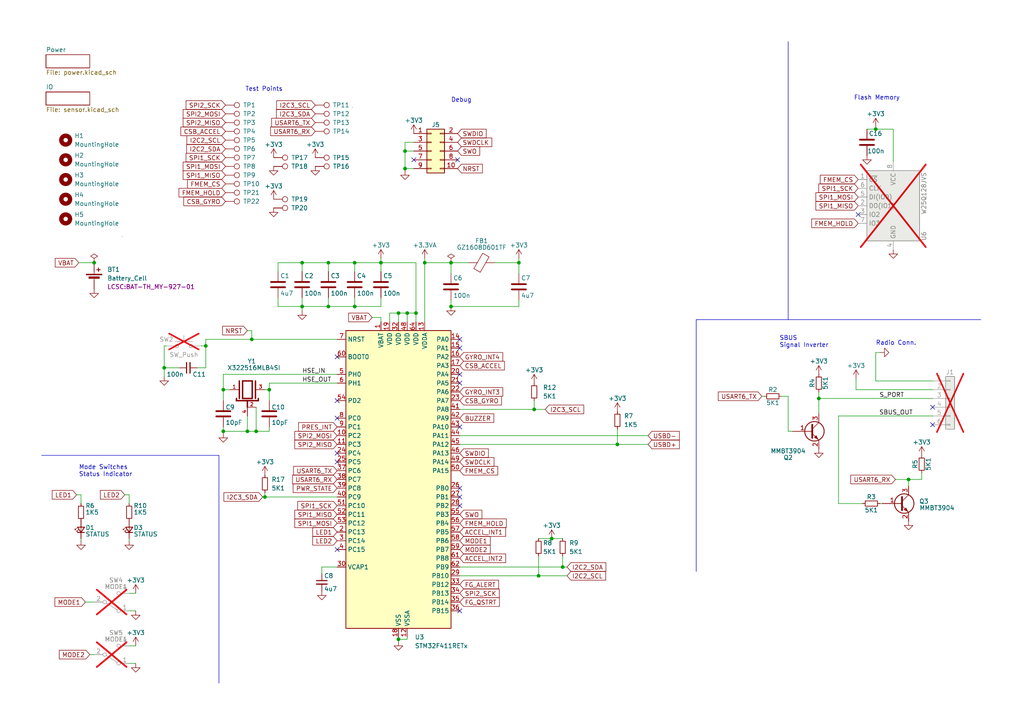
<source format=kicad_sch>
(kicad_sch (version 20230121) (generator eeschema)
  (paper "A4")
  (junction (at 87.63 88.9))
  (junction (at 71.755 125.095))
  (junction (at 115.57 90.805))
  (junction (at 117.475 48.895))
  (junction (at 130.81 88.9))
  (junction (at 154.94 118.745))
  (junction (at 156.21 167.005))
  (junction (at 118.11 90.805))
  (junction (at 47.625 106.68))
  (junction (at 87.63 76.2))
  (junction (at 263.525 139.065))
  (junction (at 115.57 185.42))
  (junction (at 73.025 98.425))
  (junction (at 27.305 76.2))
  (junction (at 78.105 113.03))
  (junction (at 59.69 100.33))
  (junction (at 102.87 88.9))
  (junction (at 117.475 43.815))
  (junction (at 160.02 156.21))
  (junction (at 64.77 125.095))
  (junction (at 95.25 76.2))
  (junction (at 123.19 76.2))
  (junction (at 74.295 125.095))
  (junction (at 110.49 76.2))
  (junction (at 102.87 76.2))
  (junction (at 130.81 76.2))
  (junction (at 163.195 164.465))
  (junction (at 179.07 128.905))
  (junction (at 150.495 76.2))
  (junction (at 254 37.465))
  (junction (at 120.65 90.805))
  (junction (at 95.25 88.9))
  (junction (at 237.49 115.57))
  (junction (at 76.835 144.145))
  (junction (at 64.77 113.03))
  (no_connect (at 133.35 100.965))
  (no_connect (at 133.35 146.685))
  (no_connect (at 97.79 103.505))
  (no_connect (at 133.35 98.425))
  (no_connect (at 97.79 121.285))
  (no_connect (at 97.79 159.385))
  (no_connect (at 120.015 46.355))
  (no_connect (at 97.79 131.445))
  (no_connect (at 132.715 46.355))
  (no_connect (at 97.79 133.985))
  (no_connect (at 270.51 123.19))
  (no_connect (at 133.35 108.585))
  (no_connect (at 133.35 177.165))
  (no_connect (at 270.51 118.11))
  (no_connect (at 97.79 116.205))
  (no_connect (at 133.35 123.825))
  (no_connect (at 248.92 62.23))
  (no_connect (at 133.35 144.145))
  (no_connect (at 133.35 111.125))
  (no_connect (at 133.35 141.605))
  (wire (pts (xy 251.46 37.465) (xy 254 37.465)))
  (wire (pts (xy 74.295 125.095) (xy 71.755 125.095)))
  (wire (pts (xy 64.77 113.03) (xy 64.77 116.205)))
  (wire (pts (xy 150.495 76.2) (xy 150.495 79.375)))
  (wire (pts (xy 73.025 98.425) (xy 97.79 98.425)))
  (polyline (pts (xy 12.065 132.08) (xy 63.5 132.08)))
  (wire (pts (xy 26.035 189.865) (xy 27.305 189.865)))
  (wire (pts (xy 259.08 37.465) (xy 254 37.465)))
  (wire (pts (xy 64.77 113.03) (xy 66.675 113.03)))
  (wire (pts (xy 107.95 92.075) (xy 110.49 92.075)))
  (wire (pts (xy 110.49 76.2) (xy 120.65 76.2)))
  (wire (pts (xy 130.81 88.9) (xy 150.495 88.9)))
  (wire (pts (xy 150.495 88.9) (xy 150.495 86.995)))
  (wire (pts (xy 87.63 76.2) (xy 95.25 76.2)))
  (wire (pts (xy 243.205 120.65) (xy 270.51 120.65)))
  (wire (pts (xy 133.35 167.005) (xy 156.21 167.005)))
  (wire (pts (xy 59.69 98.425) (xy 73.025 98.425)))
  (wire (pts (xy 37.465 172.085) (xy 39.37 172.085)))
  (wire (pts (xy 64.77 125.73) (xy 64.77 125.095)))
  (wire (pts (xy 163.195 164.465) (xy 164.465 164.465)))
  (wire (pts (xy 220.98 114.935) (xy 221.615 114.935)))
  (wire (pts (xy 78.105 113.03) (xy 78.105 116.205)))
  (wire (pts (xy 179.07 124.46) (xy 179.07 128.905)))
  (wire (pts (xy 76.835 113.03) (xy 78.105 113.03)))
  (wire (pts (xy 23.495 156.21) (xy 23.495 156.845)))
  (wire (pts (xy 59.69 98.425) (xy 59.69 100.33)))
  (wire (pts (xy 110.49 74.93) (xy 110.49 76.2)))
  (wire (pts (xy 76.2 144.145) (xy 76.835 144.145)))
  (polyline (pts (xy 35.56 68.58) (xy 35.56 68.58)))
  (wire (pts (xy 259.08 46.99) (xy 259.08 37.465)))
  (wire (pts (xy 133.35 126.365) (xy 187.96 126.365)))
  (wire (pts (xy 64.77 108.585) (xy 64.77 113.03)))
  (wire (pts (xy 179.07 128.905) (xy 187.96 128.905)))
  (wire (pts (xy 117.475 43.815) (xy 117.475 48.895)))
  (wire (pts (xy 248.285 109.855) (xy 248.285 113.03)))
  (wire (pts (xy 57.15 106.68) (xy 59.69 106.68)))
  (wire (pts (xy 93.345 164.465) (xy 93.345 166.37)))
  (wire (pts (xy 80.645 76.2) (xy 80.645 78.74)))
  (wire (pts (xy 263.525 140.97) (xy 263.525 139.065)))
  (wire (pts (xy 87.63 88.9) (xy 87.63 86.36)))
  (wire (pts (xy 87.63 76.2) (xy 87.63 78.74)))
  (wire (pts (xy 78.105 123.825) (xy 78.105 125.095)))
  (wire (pts (xy 237.49 113.665) (xy 237.49 115.57)))
  (wire (pts (xy 163.195 161.29) (xy 163.195 164.465)))
  (wire (pts (xy 156.21 167.005) (xy 164.465 167.005)))
  (wire (pts (xy 47.625 106.68) (xy 52.07 106.68)))
  (polyline (pts (xy 102.235 31.115) (xy 102.235 31.115)))
  (wire (pts (xy 243.205 146.05) (xy 250.19 146.05)))
  (wire (pts (xy 37.465 187.325) (xy 39.37 187.325)))
  (wire (pts (xy 150.495 74.93) (xy 150.495 76.2)))
  (wire (pts (xy 78.105 111.125) (xy 97.79 111.125)))
  (wire (pts (xy 74.295 118.11) (xy 74.295 125.095)))
  (polyline (pts (xy 63.5 198.12) (xy 63.5 132.08)))
  (wire (pts (xy 160.02 156.21) (xy 163.195 156.21)))
  (polyline (pts (xy 228.6 12.065) (xy 228.6 92.71)))
  (wire (pts (xy 130.81 88.9) (xy 130.81 86.995)))
  (wire (pts (xy 226.695 114.935) (xy 228.6 114.935)))
  (wire (pts (xy 58.42 100.33) (xy 59.69 100.33)))
  (wire (pts (xy 254 102.235) (xy 255.27 102.235)))
  (wire (pts (xy 80.645 88.9) (xy 80.645 86.36)))
  (wire (pts (xy 22.225 143.51) (xy 23.495 143.51)))
  (wire (pts (xy 102.87 88.9) (xy 102.87 86.36)))
  (wire (pts (xy 263.525 139.065) (xy 267.335 139.065)))
  (wire (pts (xy 47.625 100.33) (xy 47.625 106.68)))
  (wire (pts (xy 118.11 90.805) (xy 118.11 93.345)))
  (wire (pts (xy 263.525 139.065) (xy 259.715 139.065)))
  (wire (pts (xy 270.51 113.03) (xy 248.285 113.03)))
  (wire (pts (xy 115.57 185.42) (xy 115.57 186.055)))
  (polyline (pts (xy 201.93 92.71) (xy 284.48 92.71)))
  (wire (pts (xy 133.35 128.905) (xy 179.07 128.905)))
  (wire (pts (xy 102.87 88.9) (xy 110.49 88.9)))
  (wire (pts (xy 37.465 156.21) (xy 37.465 156.845)))
  (wire (pts (xy 120.015 43.815) (xy 117.475 43.815)))
  (wire (pts (xy 255.27 146.05) (xy 255.905 146.05)))
  (wire (pts (xy 97.79 164.465) (xy 93.345 164.465)))
  (wire (pts (xy 254 36.83) (xy 254 37.465)))
  (wire (pts (xy 95.25 76.2) (xy 102.87 76.2)))
  (wire (pts (xy 123.19 76.2) (xy 123.19 93.345)))
  (wire (pts (xy 80.645 76.2) (xy 87.63 76.2)))
  (wire (pts (xy 115.57 185.42) (xy 118.11 185.42)))
  (wire (pts (xy 130.81 76.2) (xy 130.81 79.375)))
  (wire (pts (xy 71.755 120.65) (xy 71.755 125.095)))
  (wire (pts (xy 78.105 125.095) (xy 74.295 125.095)))
  (wire (pts (xy 36.195 143.51) (xy 37.465 143.51)))
  (wire (pts (xy 160.02 156.21) (xy 156.21 156.21)))
  (wire (pts (xy 254 102.235) (xy 254 110.49)))
  (wire (pts (xy 115.57 185.42) (xy 115.57 184.785)))
  (wire (pts (xy 102.87 76.2) (xy 102.87 78.74)))
  (wire (pts (xy 95.25 88.9) (xy 102.87 88.9)))
  (polyline (pts (xy 201.93 165.735) (xy 201.93 92.71)))
  (wire (pts (xy 87.63 88.9) (xy 87.63 90.17)))
  (wire (pts (xy 113.03 93.345) (xy 113.03 90.805)))
  (wire (pts (xy 110.49 93.345) (xy 110.49 92.075)))
  (wire (pts (xy 73.025 95.885) (xy 73.025 98.425)))
  (wire (pts (xy 143.51 76.2) (xy 150.495 76.2)))
  (wire (pts (xy 95.25 76.2) (xy 95.25 78.74)))
  (wire (pts (xy 76.835 144.145) (xy 97.79 144.145)))
  (wire (pts (xy 123.19 74.93) (xy 123.19 76.2)))
  (wire (pts (xy 37.465 177.165) (xy 39.37 177.165)))
  (wire (pts (xy 130.81 76.2) (xy 135.89 76.2)))
  (wire (pts (xy 59.69 100.33) (xy 59.69 106.68)))
  (wire (pts (xy 48.26 100.33) (xy 47.625 100.33)))
  (wire (pts (xy 118.11 90.805) (xy 120.65 90.805)))
  (wire (pts (xy 267.335 139.065) (xy 267.335 137.16)))
  (wire (pts (xy 115.57 90.805) (xy 118.11 90.805)))
  (wire (pts (xy 228.6 125.095) (xy 229.87 125.095)))
  (wire (pts (xy 23.495 143.51) (xy 23.495 146.05)))
  (wire (pts (xy 237.49 115.57) (xy 270.51 115.57)))
  (wire (pts (xy 237.49 115.57) (xy 237.49 120.015)))
  (wire (pts (xy 113.03 90.805) (xy 115.57 90.805)))
  (wire (pts (xy 71.755 125.095) (xy 64.77 125.095)))
  (wire (pts (xy 154.94 118.745) (xy 133.35 118.745)))
  (wire (pts (xy 110.49 76.2) (xy 102.87 76.2)))
  (wire (pts (xy 24.765 174.625) (xy 27.305 174.625)))
  (wire (pts (xy 64.77 108.585) (xy 97.79 108.585)))
  (wire (pts (xy 117.475 41.275) (xy 117.475 43.815)))
  (wire (pts (xy 120.015 41.275) (xy 117.475 41.275)))
  (wire (pts (xy 120.65 90.805) (xy 120.65 93.345)))
  (wire (pts (xy 110.49 88.9) (xy 110.49 86.36)))
  (wire (pts (xy 80.645 88.9) (xy 87.63 88.9)))
  (wire (pts (xy 254 110.49) (xy 270.51 110.49)))
  (wire (pts (xy 133.35 164.465) (xy 163.195 164.465)))
  (wire (pts (xy 156.21 161.29) (xy 156.21 167.005)))
  (wire (pts (xy 110.49 76.2) (xy 110.49 78.74)))
  (wire (pts (xy 87.63 88.9) (xy 95.25 88.9)))
  (wire (pts (xy 228.6 114.935) (xy 228.6 125.095)))
  (wire (pts (xy 243.205 120.65) (xy 243.205 146.05)))
  (wire (pts (xy 37.465 143.51) (xy 37.465 146.05)))
  (wire (pts (xy 64.77 125.095) (xy 64.77 123.825)))
  (wire (pts (xy 120.015 48.895) (xy 117.475 48.895)))
  (wire (pts (xy 37.465 192.405) (xy 39.37 192.405)))
  (wire (pts (xy 154.94 116.205) (xy 154.94 118.745)))
  (wire (pts (xy 27.305 76.2) (xy 22.86 76.2)))
  (wire (pts (xy 47.625 109.22) (xy 47.625 106.68)))
  (wire (pts (xy 120.65 76.2) (xy 120.65 90.805)))
  (wire (pts (xy 117.475 48.895) (xy 117.475 49.53)))
  (wire (pts (xy 118.11 185.42) (xy 118.11 184.785)))
  (wire (pts (xy 71.755 95.885) (xy 73.025 95.885)))
  (wire (pts (xy 158.115 118.745) (xy 154.94 118.745)))
  (wire (pts (xy 76.835 142.875) (xy 76.835 144.145)))
  (wire (pts (xy 95.25 88.9) (xy 95.25 86.36)))
  (wire (pts (xy 78.105 111.125) (xy 78.105 113.03)))
  (wire (pts (xy 115.57 90.805) (xy 115.57 93.345)))
  (wire (pts (xy 123.19 76.2) (xy 130.81 76.2)))
  (text "Flash Memory\n" (at 247.65 29.21 0) (effects (font (size 1.27 1.27)) (justify left bottom)))
  (text "Radio Conn.\n" (at 254 100.33 0) (effects (font (size 1.27 1.27)) (justify left bottom)))
  (text "Mode Switches\nStatus Indicator" (at 22.86 138.43 0) (effects (font (size 1.27 1.27)) (justify left bottom)))
  (text "Debug" (at 130.81 29.845 0) (effects (font (size 1.27 1.27)) (justify left bottom)))
  (text "Test Points" (at 71.12 26.67 0) (effects (font (size 1.27 1.27)) (justify left bottom)))
  (text "SBUS\nSignal Inverter" (at 226.06 100.965 0) (effects (font (size 1.27 1.27)) (justify left bottom)))
  (label "SBUS_OUT" (at 264.795 120.65 180))
  (label "HSE_IN" (at 87.63 108.585 0))
  (label "HSE_OUT" (at 87.63 111.125 0))
  (label "S_PORT" (at 262.255 115.57 180))
  (global_label "LED1" (shape input) (at 97.79 154.305 180) (property "Intersheetrefs" "${INTERSHEET_REFS}" (effects hide)))
  (global_label "SPI1_SCK" (shape input) (at 248.92 54.61 180) (property "Intersheetrefs" "${INTERSHEET_REFS}" (effects hide)))
  (global_label "NRST" (shape input) (at 71.755 95.885 180) (property "Intersheetrefs" "${INTERSHEET_REFS}" (effects hide)))
  (global_label "SPI2_SCK" (shape input) (at 133.35 172.085 0) (property "Intersheetrefs" "${INTERSHEET_REFS}" (effects hide)))
  (global_label "USART6_RX" (shape input) (at 91.44 38.1 180) (property "Intersheetrefs" "${INTERSHEET_REFS}" (effects hide)))
  (global_label "PWR_STATE" (shape input) (at 97.79 141.605 180) (property "Intersheetrefs" "${INTERSHEET_REFS}" (effects hide)))
  (global_label "USART6_RX" (shape input) (at 97.79 139.065 180) (property "Intersheetrefs" "${INTERSHEET_REFS}" (effects hide)))
  (global_label "SPI1_MISO" (shape input) (at 97.79 149.225 180) (property "Intersheetrefs" "${INTERSHEET_REFS}" (effects hide)))
  (global_label "MODE1" (shape input) (at 24.765 174.625 180) (property "Intersheetrefs" "${INTERSHEET_REFS}" (effects hide)))
  (global_label "ACCEL_INT2" (shape input) (at 133.35 161.925 0) (property "Intersheetrefs" "${INTERSHEET_REFS}" (effects hide)))
  (global_label "SWDCLK" (shape input) (at 133.35 133.985 0) (property "Intersheetrefs" "${INTERSHEET_REFS}" (effects hide)))
  (global_label "GYRO_INT4" (shape input) (at 133.35 103.505 0) (property "Intersheetrefs" "${INTERSHEET_REFS}" (effects hide)))
  (global_label "I2C3_SCL" (shape input) (at 158.115 118.745 0) (property "Intersheetrefs" "${INTERSHEET_REFS}" (effects hide)))
  (global_label "I2C2_SDA" (shape input) (at 164.465 164.465 0) (property "Intersheetrefs" "${INTERSHEET_REFS}" (effects hide)))
  (global_label "GYRO_INT3" (shape input) (at 133.35 113.665 0) (property "Intersheetrefs" "${INTERSHEET_REFS}" (effects hide)))
  (global_label "SPI2_MOSI" (shape input) (at 97.79 126.365 180) (property "Intersheetrefs" "${INTERSHEET_REFS}" (effects hide)))
  (global_label "SWO" (shape input) (at 132.715 43.815 0) (property "Intersheetrefs" "${INTERSHEET_REFS}" (effects hide)))
  (global_label "I2C3_SCL" (shape input) (at 91.44 30.48 180) (property "Intersheetrefs" "${INTERSHEET_REFS}" (effects hide)))
  (global_label "SPI2_MOSI" (shape input) (at 65.405 33.02 180) (property "Intersheetrefs" "${INTERSHEET_REFS}" (effects hide)))
  (global_label "NRST" (shape input) (at 132.715 48.895 0) (property "Intersheetrefs" "${INTERSHEET_REFS}" (effects hide)))
  (global_label "LED2" (shape input) (at 36.195 143.51 180) (property "Intersheetrefs" "${INTERSHEET_REFS}" (effects hide)))
  (global_label "FMEM_HOLD" (shape input) (at 248.92 64.77 180) (property "Intersheetrefs" "${INTERSHEET_REFS}" (effects hide)))
  (global_label "USART6_TX" (shape input) (at 97.79 136.525 180) (property "Intersheetrefs" "${INTERSHEET_REFS}" (effects hide)))
  (global_label "SPI1_MOSI" (shape input) (at 97.79 151.765 180) (property "Intersheetrefs" "${INTERSHEET_REFS}" (effects hide)))
  (global_label "FMEM_HOLD" (shape input) (at 65.405 55.88 180) (property "Intersheetrefs" "${INTERSHEET_REFS}" (effects hide)))
  (global_label "SWDIO" (shape input) (at 132.715 38.735 0) (property "Intersheetrefs" "${INTERSHEET_REFS}" (effects hide)))
  (global_label "USART6_RX" (shape input) (at 259.715 139.065 180) (property "Intersheetrefs" "${INTERSHEET_REFS}" (effects hide)))
  (global_label "USART6_TX" (shape input) (at 220.98 114.935 180) (property "Intersheetrefs" "${INTERSHEET_REFS}" (effects hide)))
  (global_label "SWDIO" (shape input) (at 133.35 131.445 0) (property "Intersheetrefs" "${INTERSHEET_REFS}" (effects hide)))
  (global_label "ACCEL_INT1" (shape input) (at 133.35 154.305 0) (property "Intersheetrefs" "${INTERSHEET_REFS}" (effects hide)))
  (global_label "USART6_TX" (shape input) (at 91.44 35.56 180) (property "Intersheetrefs" "${INTERSHEET_REFS}" (effects hide)))
  (global_label "BUZZER" (shape input) (at 133.35 121.285 0) (property "Intersheetrefs" "${INTERSHEET_REFS}" (effects hide)))
  (global_label "FMEM_HOLD" (shape input) (at 133.35 151.765 0) (property "Intersheetrefs" "${INTERSHEET_REFS}" (effects hide)))
  (global_label "FG_QSTRT" (shape input) (at 133.35 174.625 0) (property "Intersheetrefs" "${INTERSHEET_REFS}" (effects hide)))
  (global_label "I2C2_SCL" (shape input) (at 65.405 40.64 180) (property "Intersheetrefs" "${INTERSHEET_REFS}" (effects hide)))
  (global_label "USBD+" (shape input) (at 187.96 128.905 0) (property "Intersheetrefs" "${INTERSHEET_REFS}" (effects hide)))
  (global_label "SPI1_MISO" (shape input) (at 65.405 50.8 180) (property "Intersheetrefs" "${INTERSHEET_REFS}" (effects hide)))
  (global_label "SPI1_SCK" (shape input) (at 97.79 146.685 180) (property "Intersheetrefs" "${INTERSHEET_REFS}" (effects hide)))
  (global_label "FMEM_CS" (shape input) (at 248.92 52.07 180) (property "Intersheetrefs" "${INTERSHEET_REFS}" (effects hide)))
  (global_label "USBD-" (shape input) (at 187.96 126.365 0) (property "Intersheetrefs" "${INTERSHEET_REFS}" (effects hide)))
  (global_label "LED1" (shape input) (at 22.225 143.51 180) (property "Intersheetrefs" "${INTERSHEET_REFS}" (effects hide)))
  (global_label "SPI2_SCK" (shape input) (at 65.405 30.48 180) (property "Intersheetrefs" "${INTERSHEET_REFS}" (effects hide)))
  (global_label "SPI2_MISO" (shape input) (at 65.405 35.56 180) (property "Intersheetrefs" "${INTERSHEET_REFS}" (effects hide)))
  (global_label "I2C3_SDA" (shape input) (at 91.44 33.02 180) (property "Intersheetrefs" "${INTERSHEET_REFS}" (effects hide)))
  (global_label "PRES_INT" (shape input) (at 97.79 123.825 180) (property "Intersheetrefs" "${INTERSHEET_REFS}" (effects hide)))
  (global_label "MODE2" (shape input) (at 133.35 159.385 0) (property "Intersheetrefs" "${INTERSHEET_REFS}" (effects hide)))
  (global_label "MODE1" (shape input) (at 133.35 156.845 0) (property "Intersheetrefs" "${INTERSHEET_REFS}" (effects hide)))
  (global_label "VBAT" (shape input) (at 107.95 92.075 180) (property "Intersheetrefs" "${INTERSHEET_REFS}" (effects hide)))
  (global_label "SWO" (shape input) (at 133.35 149.225 0) (property "Intersheetrefs" "${INTERSHEET_REFS}" (effects hide)))
  (global_label "CSB_ACCEL" (shape input) (at 65.405 38.1 180) (property "Intersheetrefs" "${INTERSHEET_REFS}" (effects hide)))
  (global_label "CSB_GYRO" (shape input) (at 65.405 58.42 180) (property "Intersheetrefs" "${INTERSHEET_REFS}" (effects hide)))
  (global_label "CSB_ACCEL" (shape input) (at 133.35 106.045 0) (property "Intersheetrefs" "${INTERSHEET_REFS}" (effects hide)))
  (global_label "CSB_GYRO" (shape input) (at 133.35 116.205 0) (property "Intersheetrefs" "${INTERSHEET_REFS}" (effects hide)))
  (global_label "SWDCLK" (shape input) (at 132.715 41.275 0) (property "Intersheetrefs" "${INTERSHEET_REFS}" (effects hide)))
  (global_label "I2C2_SDA" (shape input) (at 65.405 43.18 180) (property "Intersheetrefs" "${INTERSHEET_REFS}" (effects hide)))
  (global_label "SPI1_MISO" (shape input) (at 248.92 59.69 180) (property "Intersheetrefs" "${INTERSHEET_REFS}" (effects hide)))
  (global_label "SPI2_MISO" (shape input) (at 97.79 128.905 180) (property "Intersheetrefs" "${INTERSHEET_REFS}" (effects hide)))
  (global_label "SPI1_MOSI" (shape input) (at 248.92 57.15 180) (property "Intersheetrefs" "${INTERSHEET_REFS}" (effects hide)))
  (global_label "SPI1_MOSI" (shape input) (at 65.405 48.26 180) (property "Intersheetrefs" "${INTERSHEET_REFS}" (effects hide)))
  (global_label "I2C2_SCL" (shape input) (at 164.465 167.005 0) (property "Intersheetrefs" "${INTERSHEET_REFS}" (effects hide)))
  (global_label "SPI1_SCK" (shape input) (at 65.405 45.72 180) (property "Intersheetrefs" "${INTERSHEET_REFS}" (effects hide)))
  (global_label "FG_ALERT" (shape input) (at 133.35 169.545 0) (property "Intersheetrefs" "${INTERSHEET_REFS}" (effects hide)))
  (global_label "VBAT" (shape input) (at 22.86 76.2 180) (property "Intersheetrefs" "${INTERSHEET_REFS}" (effects hide)))
  (global_label "I2C3_SDA" (shape input) (at 76.2 144.145 180) (property "Intersheetrefs" "${INTERSHEET_REFS}" (effects hide)))
  (global_label "MODE2" (shape input) (at 26.035 189.865 180) (property "Intersheetrefs" "${INTERSHEET_REFS}" (effects hide)))
  (global_label "LED2" (shape input) (at 97.79 156.845 180) (property "Intersheetrefs" "${INTERSHEET_REFS}" (effects hide)))
  (global_label "FMEM_CS" (shape input) (at 65.405 53.34 180) (property "Intersheetrefs" "${INTERSHEET_REFS}" (effects hide)))
  (global_label "FMEM_CS" (shape input) (at 133.35 136.525 0) (property "Intersheetrefs" "${INTERSHEET_REFS}" (effects hide)))
  (symbol (lib_id "Connector:TestPoint") (at 65.405 33.02 270) (unit 1) (in_bom no)
    (property "Reference" "TP2" (at 70.485 33.02 90) (effects (justify left)))
    (property "Value" "TestPoint" (effects hide))
    (property "Footprint" "TestPoint:TestPoint_THTPad_D1.0mm_Drill0.5mm" (effects hide))
  )
  (symbol (lib_id "Switch:SW_Push") (at 53.34 100.33 0) (unit 1) (in_bom no) (dnp yes)
    (property "Reference" "SW2" (at 48.26 98.425 0))
    (property "Value" "SW_Push" (at 53.34 102.87 0))
    (property "Footprint" "Button_Switch_THT:SW_PUSH_6mm" (effects hide))
  )
  (symbol (lib_id "Device:R_Small") (at 23.495 148.59 0) (unit 1)
    (property "Reference" "R6" (at 24.765 146.685 0) (effects (justify left)))
    (property "Value" "1K5" (at 24.765 148.59 0) (effects (justify left)))
    (property "Footprint" "Resistor_SMD:R_0402_1005Metric" (effects hide))
  )
  (symbol (lib_id "power:GND") (at 87.63 90.17 0) (unit 1)
    (property "Reference" "#PWR018" (effects hide))
    (property "Value" "GND" (effects hide))
  )
  (symbol (lib_id "power:GND") (at 23.495 156.845 0) (mirror y) (unit 1)
    (property "Reference" "#PWR016" (effects hide))
    (property "Value" "GND" (effects hide))
  )
  (symbol (lib_id "power:+3V3") (at 237.49 108.585 0) (unit 1)
    (property "Reference" "#PWR06" (effects hide))
    (property "Value" "+3V3" (at 237.49 104.775 0))
  )
  (symbol (lib_id "Switch:SW_SPDT") (at 32.385 174.625 0) (mirror x) (unit 1) (in_bom no) (dnp yes)
    (property "Reference" "SW4" (at 33.655 168.275 0))
    (property "Value" "MODE1" (at 33.655 170.18 0))
    (property "Footprint" "Button_Switch_SMD:SW_SPDT_PCM12" (effects hide))
  )
  (symbol (lib_id "Memory_Flash:W25Q128JVS") (at 259.08 59.69 0) (unit 1) (in_bom no) (dnp yes)
    (property "Reference" "U6" (at 267.97 69.85 90) (effects (justify left)))
    (property "Value" "W25Q128JVS" (at 267.97 62.23 90) (effects (justify left)))
    (property "Footprint" "Package_SO:SOIC-8_5.23x5.23mm_P1.27mm" (effects hide))
    (property "Datasheet" "http://www.winbond.com/resource-files/w25q128jv_dtr%20revc%2003272018%20plus.pdf" (effects hide))
  )
  (symbol (lib_id "Mechanical:MountingHole") (at 19.05 63.5 0) (unit 1) (in_bom no)
    (property "Reference" "H5" (at 21.59 62.23 0) (effects (justify left)))
    (property "Value" "MountingHole" (at 21.59 64.77 0) (effects (justify left)))
    (property "Footprint" "MountingHole:MountingHole_3.2mm_M3" (effects hide))
  )
  (symbol (lib_id "Device:C") (at 95.25 82.55 0) (unit 1)
    (property "Reference" "C3" (at 95.885 80.01 0) (effects (justify left)))
    (property "Value" "100n" (at 95.885 85.09 0) (effects (justify left)))
    (property "Footprint" "Capacitor_SMD:C_0402_1005Metric" (effects hide))
  )
  (symbol (lib_id "power:GND") (at 93.345 171.45 0) (unit 1)
    (property "Reference" "#PWR033" (effects hide))
    (property "Value" "GND" (effects hide))
  )
  (symbol (lib_id "Connector_Generic:Conn_02x05_Odd_Even") (at 125.095 43.815 0) (unit 1)
    (property "Reference" "J5" (at 126.365 36.195 0))
    (property "Value" "Conn_02x05_Odd_Even" (effects hide))
    (property "Footprint" "Connector_PinHeader_1.27mm:PinHeader_2x05_P1.27mm_Vertical" (effects hide))
  )
  (symbol (lib_id "power:GND") (at 91.44 48.26 0) (unit 1)
    (property "Reference" "#PWR024" (effects hide))
    (property "Value" "GND" (effects hide))
  )
  (symbol (lib_id "Device:C") (at 87.63 82.55 0) (unit 1)
    (property "Reference" "C2" (at 88.265 80.01 0) (effects (justify left)))
    (property "Value" "100n" (at 88.265 85.09 0) (effects (justify left)))
    (property "Footprint" "Capacitor_SMD:C_0402_1005Metric" (effects hide))
  )
  (symbol (lib_id "power:+3V3") (at 160.02 156.21 0) (unit 1)
    (property "Reference" "#PWR030" (effects hide))
    (property "Value" "+3V3" (at 160.02 152.4 0))
  )
  (symbol (lib_id "Device:C") (at 64.77 120.015 0) (unit 1)
    (property "Reference" "C9" (at 65.405 118.11 0) (effects (justify left)))
    (property "Value" "10pF" (at 65.405 122.555 0) (effects (justify left)))
    (property "Footprint" "Capacitor_SMD:C_0402_1005Metric" (effects hide))
  )
  (symbol (lib_id "Mechanical:MountingHole") (at 19.05 40.64 0) (unit 1) (in_bom no)
    (property "Reference" "H1" (at 21.59 39.37 0) (effects (justify left)))
    (property "Value" "MountingHole" (at 21.59 41.91 0) (effects (justify left)))
    (property "Footprint" "MountingHole:MountingHole_3.2mm_M3" (effects hide))
  )
  (symbol (lib_id "Device:C") (at 251.46 41.275 180) (unit 1)
    (property "Reference" "C16" (at 255.905 38.735 0) (effects (justify left)))
    (property "Value" "100n" (at 256.54 43.815 0) (effects (justify left)))
    (property "Footprint" "Capacitor_SMD:C_0402_1005Metric" (effects hide))
  )
  (symbol (lib_id "power:+3V3") (at 254 36.83 0) (unit 1)
    (property "Reference" "#PWR035" (effects hide))
    (property "Value" "+3V3" (at 254 33.02 0))
  )
  (symbol (lib_id "power:GND") (at 263.525 151.13 0) (unit 1)
    (property "Reference" "#PWR014" (effects hide))
    (property "Value" "GND" (effects hide))
  )
  (symbol (lib_id "Mechanical:MountingHole") (at 19.05 46.355 0) (unit 1) (in_bom no)
    (property "Reference" "H2" (at 21.59 45.085 0) (effects (justify left)))
    (property "Value" "MountingHole" (at 21.59 47.625 0) (effects (justify left)))
    (property "Footprint" "MountingHole:MountingHole_3.2mm_M3" (effects hide))
  )
  (symbol (lib_id "Connector:TestPoint") (at 79.375 60.325 270) (unit 1) (in_bom no)
    (property "Reference" "TP20" (at 84.455 60.325 90) (effects (justify left)))
    (property "Value" "TestPoint" (effects hide))
    (property "Footprint" "TestPoint:TestPoint_THTPad_D1.0mm_Drill0.5mm" (effects hide))
  )
  (symbol (lib_id "Connector:TestPoint") (at 65.405 45.72 270) (unit 1) (in_bom no)
    (property "Reference" "TP7" (at 70.485 45.72 90) (effects (justify left)))
    (property "Value" "TestPoint" (effects hide))
    (property "Footprint" "TestPoint:TestPoint_THTPad_D1.0mm_Drill0.5mm" (effects hide))
  )
  (symbol (lib_id "power:GND") (at 37.465 156.845 0) (mirror y) (unit 1)
    (property "Reference" "#PWR047" (effects hide))
    (property "Value" "GND" (effects hide))
  )
  (symbol (lib_id "Device:R_Small") (at 267.335 134.62 180) (unit 1)
    (property "Reference" "R5" (at 265.43 134.62 90))
    (property "Value" "5K1" (at 269.24 134.62 90))
    (property "Footprint" "Resistor_SMD:R_0402_1005Metric" (effects hide))
  )
  (symbol (lib_id "Device:R_Small") (at 179.07 121.92 0) (unit 1)
    (property "Reference" "R7" (at 180.975 120.65 0) (effects (justify left)))
    (property "Value" "1K5" (at 180.975 123.19 0) (effects (justify left)))
    (property "Footprint" "Resistor_SMD:R_0402_1005Metric" (effects hide))
  )
  (symbol (lib_id "Device:C") (at 78.105 120.015 0) (unit 1)
    (property "Reference" "C10" (at 78.74 118.11 0) (effects (justify left)))
    (property "Value" "10pF" (at 78.74 122.555 0) (effects (justify left)))
    (property "Footprint" "Capacitor_SMD:C_0402_1005Metric" (effects hide))
  )
  (symbol (lib_id "power:PWR_FLAG") (at 130.81 76.2 0) (unit 1)
    (property "Reference" "#FLG03" (effects hide))
    (property "Value" "PWR_FLAG" (effects hide))
  )
  (symbol (lib_id "MCU_ST_STM32F4:STM32F411RETx") (at 115.57 139.065 0) (unit 1)
    (property "Reference" "U3" (at 120.3041 184.785 0) (effects (justify left)))
    (property "Value" "STM32F411RETx" (at 120.3041 187.325 0) (effects (justify left)))
    (property "Footprint" "Package_QFP:LQFP-64_10x10mm_P0.5mm" (effects hide))
    (property "Datasheet" "https://www.st.com/resource/en/datasheet/stm32f411re.pdf" (effects hide))
  )
  (symbol (lib_id "Device:R_Small") (at 154.94 113.665 0) (unit 1)
    (property "Reference" "R12" (at 157.48 112.395 0) (effects (justify left)))
    (property "Value" "5K1" (at 157.48 114.935 0) (effects (justify left)))
    (property "Footprint" "Resistor_SMD:R_0402_1005Metric" (effects hide))
  )
  (symbol (lib_id "Connector:TestPoint") (at 65.405 48.26 270) (unit 1) (in_bom no)
    (property "Reference" "TP8" (at 70.485 48.26 90) (effects (justify left)))
    (property "Value" "TestPoint" (effects hide))
    (property "Footprint" "TestPoint:TestPoint_THTPad_D1.0mm_Drill0.5mm" (effects hide))
  )
  (symbol (lib_id "Connector:TestPoint") (at 79.375 48.26 270) (unit 1) (in_bom no)
    (property "Reference" "TP18" (at 84.455 48.26 90) (effects (justify left)))
    (property "Value" "TestPoint" (effects hide))
    (property "Footprint" "TestPoint:TestPoint_THTPad_D1.0mm_Drill0.5mm" (effects hide))
  )
  (symbol (lib_id "Device:R_Small") (at 224.155 114.935 90) (unit 1)
    (property "Reference" "R2" (at 224.155 113.03 90))
    (property "Value" "5K1" (at 224.155 116.84 90))
    (property "Footprint" "Resistor_SMD:R_0402_1005Metric" (effects hide))
  )
  (symbol (lib_id "power:+3V3") (at 154.94 111.125 0) (unit 1)
    (property "Reference" "#PWR053" (effects hide))
    (property "Value" "+3V3" (at 154.94 107.315 0))
  )
  (symbol (lib_id "Device:LED_Small") (at 37.465 153.67 90) (unit 1)
    (property "Reference" "D3" (at 38.735 153.035 90) (effects (justify right)))
    (property "Value" "STATUS" (at 38.735 154.94 90) (effects (justify right)))
    (property "Footprint" "LED_SMD:LED_0603_1608Metric" (effects hide))
  )
  (symbol (lib_id "power:+3V3") (at 179.07 119.38 0) (unit 1)
    (property "Reference" "#PWR023" (effects hide))
    (property "Value" "+3V3" (at 179.07 115.57 0))
  )
  (symbol (lib_id "Device:C_Small") (at 54.61 106.68 90) (unit 1)
    (property "Reference" "C11" (at 57.785 108.585 90))
    (property "Value" "100n" (at 50.8 108.585 90))
    (property "Footprint" "Capacitor_SMD:C_0402_1005Metric" (effects hide))
  )
  (symbol (lib_id "power:+3V3") (at 248.285 109.855 0) (unit 1)
    (property "Reference" "#PWR02" (effects hide))
    (property "Value" "+3V3" (at 248.285 106.045 0))
  )
  (symbol (lib_id "Switch:SW_SPDT") (at 32.385 189.865 0) (mirror x) (unit 1) (in_bom no) (dnp yes)
    (property "Reference" "SW5" (at 33.655 183.515 0))
    (property "Value" "MODE1" (at 33.655 185.42 0))
    (property "Footprint" "Button_Switch_SMD:SW_SPDT_PCM12" (effects hide))
  )
  (symbol (lib_id "Connector:TestPoint") (at 65.405 43.18 270) (unit 1) (in_bom no)
    (property "Reference" "TP6" (at 70.485 43.18 90) (effects (justify left)))
    (property "Value" "TestPoint" (effects hide))
    (property "Footprint" "TestPoint:TestPoint_THTPad_D1.0mm_Drill0.5mm" (effects hide))
  )
  (symbol (lib_id "Device:C") (at 102.87 82.55 0) (unit 1)
    (property "Reference" "C4" (at 103.505 80.01 0) (effects (justify left)))
    (property "Value" "100n" (at 103.505 85.09 0) (effects (justify left)))
    (property "Footprint" "Capacitor_SMD:C_0402_1005Metric" (effects hide))
  )
  (symbol (lib_id "Connector:TestPoint") (at 79.375 57.785 270) (unit 1) (in_bom no)
    (property "Reference" "TP19" (at 84.455 57.785 90) (effects (justify left)))
    (property "Value" "TestPoint" (effects hide))
    (property "Footprint" "TestPoint:TestPoint_THTPad_D1.0mm_Drill0.5mm" (effects hide))
  )
  (symbol (lib_id "Device:C_Small") (at 93.345 168.91 0) (unit 1)
    (property "Reference" "C8" (at 93.98 167.005 0) (effects (justify left)))
    (property "Value" "4u7" (at 93.98 170.815 0) (effects (justify left)))
    (property "Footprint" "Capacitor_SMD:C_0603_1608Metric" (effects hide))
  )
  (symbol (lib_id "Connector:TestPoint") (at 91.44 33.02 270) (unit 1) (in_bom no)
    (property "Reference" "TP12" (at 96.52 33.02 90) (effects (justify left)))
    (property "Value" "TestPoint" (effects hide))
    (property "Footprint" "TestPoint:TestPoint_THTPad_D1.0mm_Drill0.5mm" (effects hide))
  )
  (symbol (lib_id "power:+3V3") (at 150.495 74.93 0) (unit 1)
    (property "Reference" "#PWR012" (effects hide))
    (property "Value" "+3V3" (at 150.495 71.12 0))
  )
  (symbol (lib_id "Device:C") (at 150.495 83.185 0) (unit 1)
    (property "Reference" "C7" (at 151.13 80.645 0) (effects (justify left)))
    (property "Value" "4u7" (at 151.13 85.725 0) (effects (justify left)))
    (property "Footprint" "Capacitor_SMD:C_0603_1608Metric" (effects hide))
  )
  (symbol (lib_id "power:+3.3VA") (at 123.19 74.93 0) (unit 1)
    (property "Reference" "#PWR011" (effects hide))
    (property "Value" "+3.3VA" (at 123.19 71.12 0))
  )
  (symbol (lib_id "Connector:TestPoint") (at 91.44 35.56 270) (unit 1) (in_bom no)
    (property "Reference" "TP13" (at 96.52 35.56 90) (effects (justify left)))
    (property "Value" "TestPoint" (effects hide))
    (property "Footprint" "TestPoint:TestPoint_THTPad_D1.0mm_Drill0.5mm" (effects hide))
  )
  (symbol (lib_id "Transistor_BJT:MMBT3904") (at 260.985 146.05 0) (unit 1)
    (property "Reference" "Q3" (at 267.97 145.415 0))
    (property "Value" "MMBT3904" (at 271.78 147.32 0))
    (property "Footprint" "Package_TO_SOT_SMD:SOT-23" (effects hide))
    (property "Datasheet" "https://www.onsemi.com/pdf/datasheet/pzt3904-d.pdf" (effects hide))
  )
  (symbol (lib_id "power:GND") (at 130.81 88.9 0) (unit 1)
    (property "Reference" "#PWR017" (effects hide))
    (property "Value" "GND" (effects hide))
  )
  (symbol (lib_id "Oscillator:X322516MLB4SI") (at 71.755 113.03 0) (unit 1)
    (property "Reference" "Y1" (at 73.025 104.775 0))
    (property "Value" "X322516MLB4SI" (at 73.66 106.68 0))
    (property "Footprint" "Crystal:Crystal_SMD_SeikoEpson_TSX3225-4Pin_3.2x2.5mm" (effects hide))
    (property "MF" "YXC" (effects hide))
    (property "MAXIMUM_PACKAGE_HEIGHT" "0.8 mm" (effects hide))
    (property "Package" "Package" (effects hide))
    (property "Price" "None" (effects hide))
    (property "Check_prices" "https://www.snapeda.com/parts/X322516MLB4SI/YXC/view-part/?ref=eda" (effects hide))
    (property "STANDARD" "Manufacturer Recommendations" (effects hide))
    (property "PARTREV" "N/A" (effects hide))
    (property "SnapEDA_Link" "https://www.snapeda.com/parts/X322516MLB4SI/YXC/view-part/?ref=snap" (effects hide))
    (property "MP" "X322516MLB4SI" (effects hide))
    (property "Description" "\nExternal dimensions: 3.2 x 2.5 x 0.8 mm.\nFrequency range: 11.0592MHz ~54MHz\n" (effects hide))
    (property "Availability" "Not in stock" (effects hide))
    (property "MANUFACTURER" "YXC" (effects hide))
  )
  (symbol (lib_id "power:GND") (at 117.475 49.53 0) (unit 1)
    (property "Reference" "#PWR045" (effects hide))
    (property "Value" "GND" (effects hide))
  )
  (symbol (lib_id "power:+3V3") (at 91.44 45.72 0) (unit 1)
    (property "Reference" "#PWR025" (effects hide))
    (property "Value" "+3V3" (at 91.44 41.91 0))
  )
  (symbol (lib_id "Device:C") (at 130.81 83.185 0) (unit 1)
    (property "Reference" "C6" (at 131.445 80.645 0) (effects (justify left)))
    (property "Value" "100n" (at 131.445 85.725 0) (effects (justify left)))
    (property "Footprint" "Capacitor_SMD:C_0402_1005Metric" (effects hide))
  )
  (symbol (lib_id "power:GND") (at 79.375 48.26 0) (unit 1)
    (property "Reference" "#PWR074" (effects hide))
    (property "Value" "GND" (effects hide))
  )
  (symbol (lib_id "power:+3V3") (at 267.335 132.08 0) (unit 1)
    (property "Reference" "#PWR013" (effects hide))
    (property "Value" "+3V3" (at 267.335 128.27 0))
  )
  (symbol (lib_id "Connector:TestPoint") (at 91.44 48.26 270) (unit 1) (in_bom no)
    (property "Reference" "TP16" (at 96.52 48.26 90) (effects (justify left)))
    (property "Value" "TestPoint" (effects hide))
    (property "Footprint" "TestPoint:TestPoint_THTPad_D1.0mm_Drill0.5mm" (effects hide))
  )
  (symbol (lib_id "Connector:TestPoint") (at 65.405 53.34 270) (unit 1) (in_bom no)
    (property "Reference" "TP10" (at 70.485 53.34 90) (effects (justify left)))
    (property "Value" "TestPoint" (effects hide))
    (property "Footprint" "TestPoint:TestPoint_THTPad_D1.0mm_Drill0.5mm" (effects hide))
  )
  (symbol (lib_id "power:+3V3") (at 76.835 137.795 0) (unit 1)
    (property "Reference" "#PWR059" (effects hide))
    (property "Value" "+3V3" (at 76.835 133.985 0))
  )
  (symbol (lib_id "Device:Battery_Cell") (at 27.305 81.28 0) (unit 1)
    (property "Reference" "BT1" (at 31.115 78.1685 0) (effects (justify left)))
    (property "Value" "Battery_Cell" (at 31.115 80.7085 0) (effects (justify left)))
    (property "Footprint" "LCSC:BAT-TH_MY-927-01" (at 43.815 83.185 0))
  )
  (symbol (lib_id "power:PWR_FLAG") (at 27.305 76.2 0) (unit 1)
    (property "Reference" "#FLG04" (effects hide))
    (property "Value" "PWR_FLAG" (effects hide))
  )
  (symbol (lib_id "power:GND") (at 79.375 60.325 0) (unit 1)
    (property "Reference" "#PWR076" (effects hide))
    (property "Value" "GND" (effects hide))
  )
  (symbol (lib_id "power:GND") (at 27.305 83.82 0) (unit 1)
    (property "Reference" "#PWR048" (effects hide))
    (property "Value" "GND" (effects hide))
  )
  (symbol (lib_id "power:GND") (at 47.625 109.22 0) (unit 1)
    (property "Reference" "#PWR026" (effects hide))
    (property "Value" "GND" (effects hide))
  )
  (symbol (lib_id "power:GND") (at 39.37 177.165 0) (unit 1)
    (property "Reference" "#PWR049" (effects hide))
    (property "Value" "GND" (effects hide))
  )
  (symbol (lib_id "Device:C") (at 110.49 82.55 0) (unit 1)
    (property "Reference" "C5" (at 111.125 80.01 0) (effects (justify left)))
    (property "Value" "100n" (at 111.125 85.09 0) (effects (justify left)))
    (property "Footprint" "Capacitor_SMD:C_0402_1005Metric" (effects hide))
  )
  (symbol (lib_id "Device:R_Small") (at 252.73 146.05 90) (unit 1)
    (property "Reference" "R3" (at 252.73 144.145 90))
    (property "Value" "5K1" (at 252.73 147.955 90))
    (property "Footprint" "Resistor_SMD:R_0402_1005Metric" (effects hide))
  )
  (symbol (lib_id "power:GND") (at 259.08 72.39 0) (unit 1)
    (property "Reference" "#PWR042" (effects hide))
    (property "Value" "GND" (effects hide))
  )
  (symbol (lib_id "Connector:TestPoint") (at 65.405 30.48 270) (unit 1) (in_bom no)
    (property "Reference" "TP1" (at 70.485 30.48 90) (effects (justify left)))
    (property "Value" "TestPoint" (effects hide))
    (property "Footprint" "TestPoint:TestPoint_THTPad_D1.0mm_Drill0.5mm" (effects hide))
  )
  (symbol (lib_id "Device:C") (at 80.645 82.55 0) (unit 1)
    (property "Reference" "C1" (at 81.28 80.01 0) (effects (justify left)))
    (property "Value" "4u7" (at 81.28 85.09 0) (effects (justify left)))
    (property "Footprint" "Capacitor_SMD:C_0603_1608Metric" (effects hide))
  )
  (symbol (lib_id "Device:FerriteBead") (at 139.7 76.2 90) (unit 1)
    (property "Reference" "FB1" (at 139.7 69.85 90))
    (property "Value" "GZ1608D601TF" (at 139.7 71.755 90))
    (property "Footprint" "Inductor_SMD:L_0603_1608Metric" (effects hide))
  )
  (symbol (lib_id "Connector:TestPoint") (at 91.44 38.1 270) (unit 1) (in_bom no)
    (property "Reference" "TP14" (at 96.52 38.1 90) (effects (justify left)))
    (property "Value" "TestPoint" (effects hide))
    (property "Footprint" "TestPoint:TestPoint_THTPad_D1.0mm_Drill0.5mm" (effects hide))
  )
  (symbol (lib_id "Mechanical:MountingHole") (at 19.05 52.07 0) (unit 1) (in_bom no)
    (property "Reference" "H3" (at 21.59 50.8 0) (effects (justify left)))
    (property "Value" "MountingHole" (at 21.59 53.34 0) (effects (justify left)))
    (property "Footprint" "MountingHole:MountingHole_3.2mm_M3" (effects hide))
  )
  (symbol (lib_id "Device:R_Small") (at 156.21 158.75 0) (unit 1)
    (property "Reference" "R8" (at 157.48 157.48 0) (effects (justify left)))
    (property "Value" "5K1" (at 157.48 160.02 0) (effects (justify left)))
    (property "Footprint" "Resistor_SMD:R_0402_1005Metric" (effects hide))
  )
  (symbol (lib_id "Connector_Generic:Conn_01x06") (at 275.59 115.57 0) (unit 1) (dnp yes)
    (property "Reference" "J1" (at 274.32 107.95 0) (effects (justify left)))
    (property "Value" "Conn_01x06" (effects hide))
    (property "Footprint" "Connector_JST:JST_PH_B6B-PH-K_1x06_P2.00mm_Vertical" (effects hide))
  )
  (symbol (lib_id "Connector:TestPoint") (at 65.405 58.42 270) (unit 1) (in_bom no)
    (property "Reference" "TP22" (at 70.485 58.42 90) (effects (justify left)))
    (property "Value" "TestPoint" (effects hide))
    (property "Footprint" "TestPoint:TestPoint_THTPad_D1.0mm_Drill0.5mm" (effects hide))
  )
  (symbol (lib_id "power:GND") (at 64.77 125.73 0) (unit 1)
    (property "Reference" "#PWR027" (effects hide))
    (property "Value" "GND" (effects hide))
  )
  (symbol (lib_id "Connector:TestPoint") (at 65.405 40.64 270) (unit 1) (in_bom no)
    (property "Reference" "TP5" (at 70.485 40.64 90) (effects (justify left)))
    (property "Value" "TestPoint" (effects hide))
    (property "Footprint" "TestPoint:TestPoint_THTPad_D1.0mm_Drill0.5mm" (effects hide))
  )
  (symbol (lib_id "Connector:TestPoint") (at 65.405 38.1 270) (unit 1) (in_bom no)
    (property "Reference" "TP4" (at 70.485 38.1 90) (effects (justify left)))
    (property "Value" "TestPoint" (effects hide))
    (property "Footprint" "TestPoint:TestPoint_THTPad_D1.0mm_Drill0.5mm" (effects hide))
  )
  (symbol (lib_id "Connector:TestPoint") (at 91.44 30.48 270) (unit 1) (in_bom no)
    (property "Reference" "TP11" (at 96.52 30.48 90) (effects (justify left)))
    (property "Value" "TestPoint" (effects hide))
    (property "Footprint" "TestPoint:TestPoint_THTPad_D1.0mm_Drill0.5mm" (effects hide))
  )
  (symbol (lib_id "Mechanical:MountingHole") (at 19.05 57.785 0) (unit 1) (in_bom no)
    (property "Reference" "H4" (at 21.59 56.515 0) (effects (justify left)))
    (property "Value" "MountingHole" (at 21.59 59.055 0) (effects (justify left)))
    (property "Footprint" "MountingHole:MountingHole_3.2mm_M3" (effects hide))
  )
  (symbol (lib_id "Transistor_BJT:MMBT3904") (at 234.95 125.095 0) (unit 1)
    (property "Reference" "Q2" (at 228.6 132.715 0))
    (property "Value" "MMBT3904" (at 228.6 130.81 0))
    (property "Footprint" "Package_TO_SOT_SMD:SOT-23" (effects hide))
    (property "Datasheet" "https://www.onsemi.com/pdf/datasheet/pzt3904-d.pdf" (effects hide))
  )
  (symbol (lib_id "power:+3V3") (at 39.37 187.325 0) (mirror y) (unit 1)
    (property "Reference" "#PWR051" (effects hide))
    (property "Value" "+3V3" (at 39.37 183.515 0))
  )
  (symbol (lib_id "power:GND") (at 251.46 45.085 0) (unit 1)
    (property "Reference" "#PWR038" (effects hide))
    (property "Value" "GND" (effects hide))
  )
  (symbol (lib_id "power:+3V3") (at 110.49 74.93 0) (unit 1)
    (property "Reference" "#PWR010" (effects hide))
    (property "Value" "+3V3" (at 110.49 71.12 0))
  )
  (symbol (lib_id "power:GND") (at 237.49 130.175 0) (unit 1)
    (property "Reference" "#PWR09" (effects hide))
    (property "Value" "GND" (effects hide))
  )
  (symbol (lib_id "power:+3V3") (at 79.375 57.785 0) (unit 1)
    (property "Reference" "#PWR075" (effects hide))
    (property "Value" "+3V3" (at 79.375 53.975 0))
  )
  (symbol (lib_id "power:GND") (at 255.27 102.235 90) (unit 1)
    (property "Reference" "#PWR01" (effects hide))
    (property "Value" "GND" (effects hide))
  )
  (symbol (lib_id "Connector:TestPoint") (at 65.405 35.56 270) (unit 1) (in_bom no)
    (property "Reference" "TP3" (at 70.485 35.56 90) (effects (justify left)))
    (property "Value" "TestPoint" (effects hide))
    (property "Footprint" "TestPoint:TestPoint_THTPad_D1.0mm_Drill0.5mm" (effects hide))
  )
  (symbol (lib_id "Device:LED_Small") (at 23.495 153.67 90) (unit 1)
    (property "Reference" "D1" (at 24.765 153.035 90) (effects (justify right)))
    (property "Value" "STATUS" (at 24.765 154.94 90) (effects (justify right)))
    (property "Footprint" "LED_SMD:LED_0603_1608Metric" (effects hide))
  )
  (symbol (lib_id "power:+3V3") (at 79.375 45.72 0) (unit 1)
    (property "Reference" "#PWR073" (effects hide))
    (property "Value" "+3V3" (at 79.375 41.91 0))
  )
  (symbol (lib_id "Device:R_Small") (at 37.465 148.59 0) (unit 1)
    (property "Reference" "R10" (at 38.735 146.685 0) (effects (justify left)))
    (property "Value" "1K5" (at 38.735 148.59 0) (effects (justify left)))
    (property "Footprint" "Resistor_SMD:R_0402_1005Metric" (effects hide))
  )
  (symbol (lib_id "Device:R_Small") (at 237.49 111.125 180) (unit 1)
    (property "Reference" "R4" (at 235.585 111.125 90))
    (property "Value" "5K1" (at 239.395 111.125 90))
    (property "Footprint" "Resistor_SMD:R_0402_1005Metric" (effects hide))
  )
  (symbol (lib_id "power:GND") (at 39.37 192.405 0) (unit 1)
    (property "Reference" "#PWR052" (effects hide))
    (property "Value" "GND" (effects hide))
  )
  (symbol (lib_id "Connector:TestPoint") (at 79.375 45.72 270) (unit 1) (in_bom no)
    (property "Reference" "TP17" (at 84.455 45.72 90) (effects (justify left)))
    (property "Value" "TestPoint" (effects hide))
    (property "Footprint" "TestPoint:TestPoint_THTPad_D1.0mm_Drill0.5mm" (effects hide))
  )
  (symbol (lib_id "power:GND") (at 115.57 186.055 0) (unit 1)
    (property "Reference" "#PWR039" (effects hide))
    (property "Value" "GND" (effects hide))
  )
  (symbol (lib_id "Connector:TestPoint") (at 65.405 55.88 270) (unit 1) (in_bom no)
    (property "Reference" "TP21" (at 70.485 55.88 90) (effects (justify left)))
    (property "Value" "TestPoint" (effects hide))
    (property "Footprint" "TestPoint:TestPoint_THTPad_D1.0mm_Drill0.5mm" (effects hide))
  )
  (symbol (lib_id "Connector:TestPoint") (at 65.405 50.8 270) (unit 1) (in_bom no)
    (property "Reference" "TP9" (at 70.485 50.8 90) (effects (justify left)))
    (property "Value" "TestPoint" (effects hide))
    (property "Footprint" "TestPoint:TestPoint_THTPad_D1.0mm_Drill0.5mm" (effects hide))
  )
  (symbol (lib_id "power:+3V3") (at 39.37 172.085 0) (mirror y) (unit 1)
    (property "Reference" "#PWR019" (effects hide))
    (property "Value" "+3V3" (at 39.37 168.275 0))
  )
  (symbol (lib_id "Device:R_Small") (at 76.835 140.335 0) (unit 1)
    (property "Reference" "R17" (at 78.74 139.065 0) (effects (justify left)))
    (property "Value" "5K1" (at 78.74 141.605 0) (effects (justify left)))
    (property "Footprint" "Resistor_SMD:R_0402_1005Metric" (effects hide))
  )
  (symbol (lib_id "power:+3V3") (at 120.015 38.735 0) (unit 1)
    (property "Reference" "#PWR041" (effects hide))
    (property "Value" "+3V3" (at 120.015 34.925 0))
  )
  (symbol (lib_id "Device:R_Small") (at 163.195 158.75 0) (unit 1)
    (property "Reference" "R9" (at 165.1 157.48 0) (effects (justify left)))
    (property "Value" "5K1" (at 165.1 160.02 0) (effects (justify left)))
    (property "Footprint" "Resistor_SMD:R_0402_1005Metric" (effects hide))
  )
  (symbol (lib_id "Connector:TestPoint") (at 91.44 45.72 270) (unit 1) (in_bom no)
    (property "Reference" "TP15" (at 96.52 45.72 90) (effects (justify left)))
    (property "Value" "TestPoint" (effects hide))
    (property "Footprint" "TestPoint:TestPoint_THTPad_D1.0mm_Drill0.5mm" (effects hide))
  )
  (sheet (at 13.335 15.875) (size 12.7 3.81) (stroke (width 0.1524))
    (property "Sheetname" "Power" (at 13.335 15.1634 0) (effects (justify left bottom)))
    (property "Sheetfile" "power.kicad_sch" (at 13.335 20.2696 0) (effects (justify left top)))
  )
  (sheet (at 13.335 26.67) (size 12.7 3.81) (stroke (width 0.1524))
    (property "Sheetname" "IO" (at 13.335 25.9584 0) (effects (justify left bottom)))
    (property "Sheetfile" "sensor.kicad_sch" (at 13.335 31.0646 0) (effects (justify left top)))
  )
)
</source>
